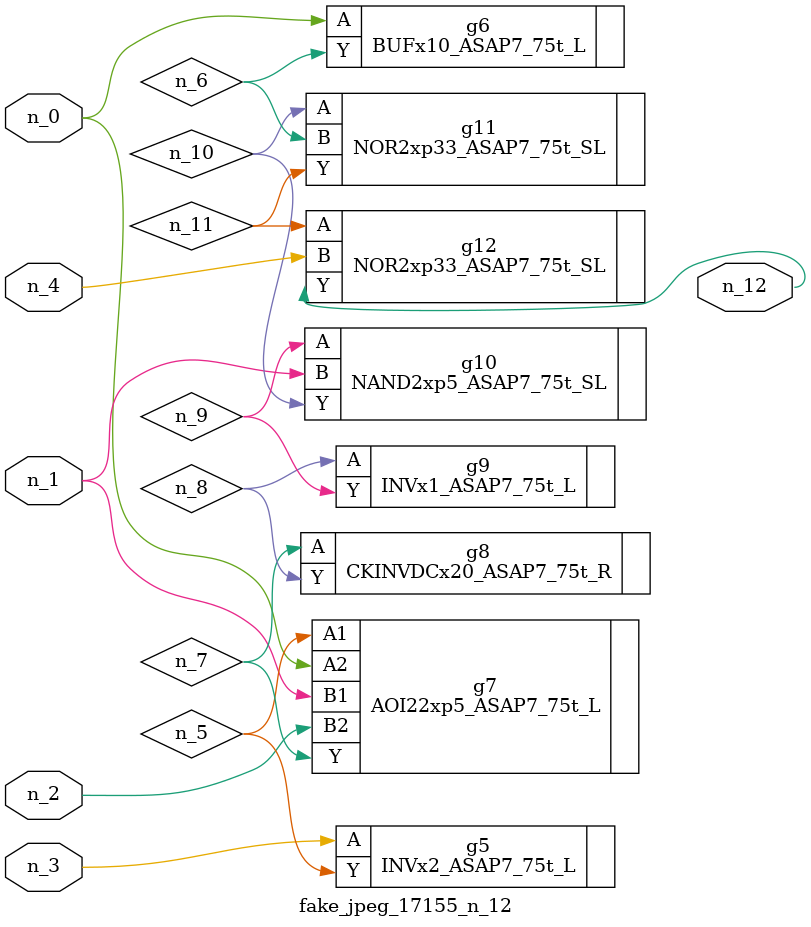
<source format=v>
module fake_jpeg_17155_n_12 (n_3, n_2, n_1, n_0, n_4, n_12);

input n_3;
input n_2;
input n_1;
input n_0;
input n_4;

output n_12;

wire n_11;
wire n_10;
wire n_8;
wire n_9;
wire n_6;
wire n_5;
wire n_7;

INVx2_ASAP7_75t_L g5 ( 
.A(n_3),
.Y(n_5)
);

BUFx10_ASAP7_75t_L g6 ( 
.A(n_0),
.Y(n_6)
);

AOI22xp5_ASAP7_75t_L g7 ( 
.A1(n_5),
.A2(n_0),
.B1(n_1),
.B2(n_2),
.Y(n_7)
);

CKINVDCx20_ASAP7_75t_R g8 ( 
.A(n_7),
.Y(n_8)
);

INVx1_ASAP7_75t_L g9 ( 
.A(n_8),
.Y(n_9)
);

NAND2xp5_ASAP7_75t_SL g10 ( 
.A(n_9),
.B(n_1),
.Y(n_10)
);

NOR2xp33_ASAP7_75t_SL g11 ( 
.A(n_10),
.B(n_6),
.Y(n_11)
);

NOR2xp33_ASAP7_75t_SL g12 ( 
.A(n_11),
.B(n_4),
.Y(n_12)
);


endmodule
</source>
